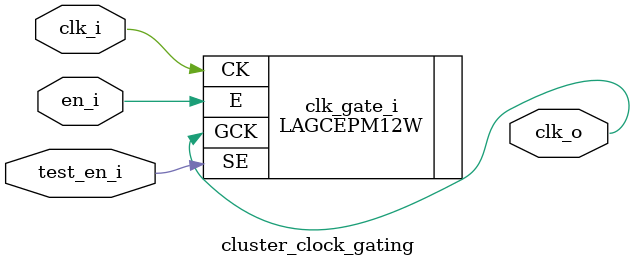
<source format=sv>


// High VT
// LAGCEPM2S, LAGCEPM3S, LAGCEPM4S
// LAGCEPM6S, LAGCEPM8S
// LAGCEPM12S, LAGCEPM16S
// LAGCEPM20S

module cluster_clock_gating
(
    input  logic clk_i,
    input  logic en_i,
    input  logic test_en_i,
    output logic clk_o
);

    LAGCEPM12W  clk_gate_i
    (
        .GCK(clk_o),
        .CK(clk_i),
        .E(en_i),
        .SE(test_en_i)
    );

endmodule

</source>
